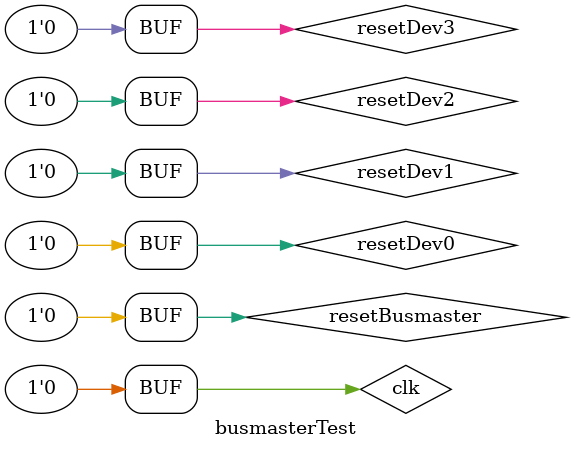
<source format=v>
`timescale 1ns / 1ns




/*
Aufgabenteil b):
Die hinteren Devices können aushungern, da die vorderen Devices den Bus blockieren.
Um dies zu verhindern, könnte man für jedes Device ein Grant-Signal einführen, so dass
der Busmaster nach Prioritätsvergabe oder ähnlichem die Devices dem Bus zuteilen kann.
*/








module busmasterTest;

	// Inputs
	reg clk;
	reg resetBusmaster;
	reg resetDev0;
	reg resetDev1;
	reg resetDev2;
	reg resetDev3;

	// Outputs
	wire grant;
	wire next_grant_0_1;
	wire next_grant_1_2;
	wire next_grant_2_3;
	wire [31:0] data_device_to_busmaster;
	wire [3:0] id_device_to_busmaster;
	wire request_device_to_busmaster;
	


	// Instantiate the Unit Under Test (UUT)
	busmaster uut (
		.clk(clk), 
		.reset(resetBusmaster), 
		.request(request_device_to_busmaster), 
		.datain(data_device_to_busmaster), 
		.id(id_device_to_busmaster), 
		.grant(grant)
	);
	
	
	device #(0) device0(	.clk(clk),
								.reset(resetDev0),
								.grant(grant),
								.dataout(data_device_to_busmaster),
								.id(id_device_to_busmaster),
								.next_grant(next_grant_0_1),
								.request(request_device_to_busmaster));
	device #(1) device1(	.clk(clk),
								.reset(resetDev1),
								.grant(next_grant_0_1),
								.dataout(data_device_to_busmaster),
								.id(id_device_to_busmaster),
								.next_grant(next_grant_1_2),
								.request(request_device_to_busmaster));
	device #(2) device2(	.clk(clk),
								.reset(resetDev2),
								.grant(next_grant_1_2),
								.dataout(data_device_to_busmaster),
								.id(id_device_to_busmaster),
								.next_grant(next_grant_2_3),
								.request(request_device_to_busmaster));
	device #(3) device3(	.clk(clk),
								.reset(resetDev3),
								.grant(next_grant_2_3),
								.dataout(data_device_to_busmaster),
								.id(id_device_to_busmaster),
								.next_grant(),
								.request(request_device_to_busmaster));
	
	
	//generate clock
	always
		begin
			clk = 1; #5; clk = 0; #5;
		end
		
	
	
	
	
	
	initial begin
		// Initialize Inputs
		resetBusmaster = 0;
		resetDev0 = 0;
		resetDev1 = 0;
		resetDev2 = 0;
		resetDev3 = 0;


		// Wait 100 ns for global reset to finish
		#100;
      resetBusmaster = 1;
		
		#100;
		resetBusmaster = 0;
		
		#100;
		resetDev1 = 1;
		
		#100;
		resetDev1 = 0;
		
		#100;
		resetDev0 = 1;
		
		#100;
		resetDev0 = 0;
		
		#100;
		resetDev2 = 1;
		
		#100;
		resetDev2 = 0;
		
		#100;
		resetDev3 = 1;
		
		#100;
		resetDev3 = 0;
		
		
		
		
		
		
		// Add stimulus here

	end
	
	
      
endmodule


</source>
